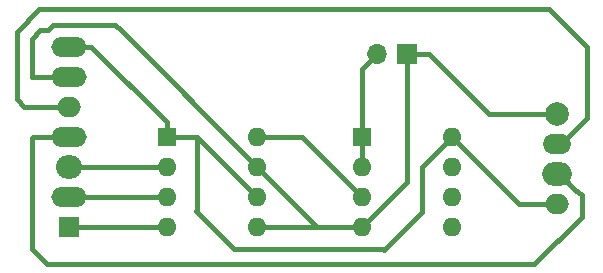
<source format=gbr>
G04 #@! TF.GenerationSoftware,KiCad,Pcbnew,(5.0.1)-3*
G04 #@! TF.CreationDate,2018-12-13T01:42:54-05:00*
G04 #@! TF.ProjectId,miniflex,6D696E69666C65782E6B696361645F70,rev?*
G04 #@! TF.SameCoordinates,Original*
G04 #@! TF.FileFunction,Copper,L2,Bot,Signal*
G04 #@! TF.FilePolarity,Positive*
%FSLAX46Y46*%
G04 Gerber Fmt 4.6, Leading zero omitted, Abs format (unit mm)*
G04 Created by KiCad (PCBNEW (5.0.1)-3) date 12/13/2018 1:42:54 AM*
%MOMM*%
%LPD*%
G01*
G04 APERTURE LIST*
G04 #@! TA.AperFunction,ComponentPad*
%ADD10R,1.600000X1.600000*%
G04 #@! TD*
G04 #@! TA.AperFunction,ComponentPad*
%ADD11O,1.600000X1.600000*%
G04 #@! TD*
G04 #@! TA.AperFunction,ComponentPad*
%ADD12R,1.700000X1.700000*%
G04 #@! TD*
G04 #@! TA.AperFunction,ComponentPad*
%ADD13O,1.700000X1.700000*%
G04 #@! TD*
G04 #@! TA.AperFunction,ComponentPad*
%ADD14O,3.000000X1.700000*%
G04 #@! TD*
G04 #@! TA.AperFunction,ComponentPad*
%ADD15O,2.000000X1.700000*%
G04 #@! TD*
G04 #@! TA.AperFunction,ComponentPad*
%ADD16O,2.200000X2.000000*%
G04 #@! TD*
G04 #@! TA.AperFunction,ComponentPad*
%ADD17O,2.500000X2.000000*%
G04 #@! TD*
G04 #@! TA.AperFunction,ComponentPad*
%ADD18O,2.400000X1.700000*%
G04 #@! TD*
G04 #@! TA.AperFunction,ComponentPad*
%ADD19C,2.000000*%
G04 #@! TD*
G04 #@! TA.AperFunction,Conductor*
%ADD20C,0.400000*%
G04 #@! TD*
G04 APERTURE END LIST*
D10*
G04 #@! TO.P,U1,1*
G04 #@! TO.N,Net-(J1-Pad7)*
X81280000Y-89535000D03*
D11*
G04 #@! TO.P,U1,5*
G04 #@! TO.N,Net-(J1-Pad6)*
X88900000Y-97155000D03*
G04 #@! TO.P,U1,2*
G04 #@! TO.N,Net-(J1-Pad3)*
X81280000Y-92075000D03*
G04 #@! TO.P,U1,6*
G04 #@! TO.N,Net-(J1-Pad7)*
X88900000Y-94615000D03*
G04 #@! TO.P,U1,3*
G04 #@! TO.N,Net-(J1-Pad2)*
X81280000Y-94615000D03*
G04 #@! TO.P,U1,7*
G04 #@! TO.N,Net-(J1-Pad6)*
X88900000Y-92075000D03*
G04 #@! TO.P,U1,4*
G04 #@! TO.N,Net-(J1-Pad1)*
X81280000Y-97155000D03*
G04 #@! TO.P,U1,8*
G04 #@! TO.N,Net-(U1-Pad8)*
X88900000Y-89535000D03*
G04 #@! TD*
D10*
G04 #@! TO.P,U3,1*
G04 #@! TO.N,Net-(J2-Pad2)*
X97790000Y-89535000D03*
D11*
G04 #@! TO.P,U3,5*
G04 #@! TO.N,Net-(U3-Pad5)*
X105410000Y-97155000D03*
G04 #@! TO.P,U3,2*
G04 #@! TO.N,Net-(J2-Pad2)*
X97790000Y-92075000D03*
G04 #@! TO.P,U3,6*
G04 #@! TO.N,Net-(U3-Pad6)*
X105410000Y-94615000D03*
G04 #@! TO.P,U3,3*
G04 #@! TO.N,Net-(U1-Pad8)*
X97790000Y-94615000D03*
G04 #@! TO.P,U3,7*
G04 #@! TO.N,Net-(U3-Pad7)*
X105410000Y-92075000D03*
G04 #@! TO.P,U3,4*
G04 #@! TO.N,Net-(J1-Pad6)*
X97790000Y-97155000D03*
G04 #@! TO.P,U3,8*
G04 #@! TO.N,Net-(J1-Pad7)*
X105410000Y-89535000D03*
G04 #@! TD*
D12*
G04 #@! TO.P,J2,1*
G04 #@! TO.N,Net-(J1-Pad6)*
X101600000Y-82550000D03*
D13*
G04 #@! TO.P,J2,2*
G04 #@! TO.N,Net-(J2-Pad2)*
X99060000Y-82550000D03*
G04 #@! TD*
D14*
G04 #@! TO.P,J1,7*
G04 #@! TO.N,Net-(J1-Pad7)*
X73025000Y-81915000D03*
G04 #@! TO.P,J1,6*
G04 #@! TO.N,Net-(J1-Pad6)*
X73025000Y-84455000D03*
D15*
G04 #@! TO.P,J1,5*
G04 #@! TO.N,Net-(J1-Pad5)*
X73025000Y-86995000D03*
D14*
G04 #@! TO.P,J1,4*
G04 #@! TO.N,Net-(J1-Pad4)*
X73025000Y-89535000D03*
D16*
G04 #@! TO.P,J1,3*
G04 #@! TO.N,Net-(J1-Pad3)*
X73025000Y-92075000D03*
D14*
G04 #@! TO.P,J1,2*
G04 #@! TO.N,Net-(J1-Pad2)*
X73025000Y-94615000D03*
D12*
G04 #@! TO.P,J1,1*
G04 #@! TO.N,Net-(J1-Pad1)*
X73025000Y-97155000D03*
G04 #@! TD*
D17*
G04 #@! TO.P,U2,2*
G04 #@! TO.N,Net-(J1-Pad4)*
X114300000Y-92710000D03*
D18*
G04 #@! TO.P,U2,3*
G04 #@! TO.N,Net-(J1-Pad5)*
X114300000Y-90170000D03*
D19*
G04 #@! TO.P,U2,4*
G04 #@! TO.N,Net-(J1-Pad6)*
X114300000Y-87630000D03*
D15*
G04 #@! TO.P,U2,1*
G04 #@! TO.N,Net-(J1-Pad7)*
X114300000Y-95250000D03*
G04 #@! TD*
D20*
G04 #@! TO.N,Net-(J1-Pad5)*
X114650000Y-90170000D02*
X114300000Y-90170000D01*
X116840000Y-87980000D02*
X114650000Y-90170000D01*
X116840000Y-81915000D02*
X116840000Y-87980000D01*
X69215000Y-86995000D02*
X68580000Y-86360000D01*
X73025000Y-86995000D02*
X69215000Y-86995000D01*
X68580000Y-86360000D02*
X68580000Y-80645000D01*
X68580000Y-80645000D02*
X70485000Y-78740000D01*
X70485000Y-78740000D02*
X113665000Y-78740000D01*
X113665000Y-78740000D02*
X116840000Y-81915000D01*
G04 #@! TO.N,Net-(J1-Pad4)*
X115950000Y-94110000D02*
X114550000Y-92710000D01*
X116402514Y-94495000D02*
X116017514Y-94110000D01*
X114550000Y-92710000D02*
X114300000Y-92710000D01*
X116017514Y-94110000D02*
X115950000Y-94110000D01*
X116402514Y-96322486D02*
X116402514Y-94495000D01*
X69989018Y-89535000D02*
X69850000Y-89674018D01*
X73025000Y-89535000D02*
X69989018Y-89535000D01*
X69850000Y-99060000D02*
X71120000Y-100330000D01*
X69850000Y-89674018D02*
X69850000Y-99060000D01*
X71120000Y-100330000D02*
X112395000Y-100330000D01*
X112395000Y-100330000D02*
X116402514Y-96322486D01*
G04 #@! TO.N,Net-(J1-Pad6)*
X88900000Y-97155000D02*
X97790000Y-97155000D01*
X93980000Y-97155000D02*
X97790000Y-97155000D01*
X88900000Y-92075000D02*
X93980000Y-97155000D01*
X101600000Y-93345000D02*
X101600000Y-82550000D01*
X97790000Y-97155000D02*
X101600000Y-93345000D01*
X101600000Y-82550000D02*
X103505000Y-82550000D01*
X108585000Y-87630000D02*
X114300000Y-87630000D01*
X103505000Y-82550000D02*
X108585000Y-87630000D01*
X77369990Y-80544990D02*
X88900000Y-92075000D01*
X76920010Y-80095010D02*
X77369990Y-80544990D01*
X69850000Y-84455000D02*
X69850000Y-81280000D01*
X73025000Y-84455000D02*
X69850000Y-84455000D01*
X69850000Y-81280000D02*
X70585010Y-80544990D01*
X70585010Y-80544990D02*
X71220010Y-80544990D01*
X71220010Y-80544990D02*
X71669990Y-80095010D01*
X71669990Y-80095010D02*
X76920010Y-80095010D01*
G04 #@! TO.N,Net-(J1-Pad7)*
X81280000Y-88335000D02*
X81280000Y-89535000D01*
X74860000Y-81915000D02*
X81280000Y-88335000D01*
X73025000Y-81915000D02*
X74860000Y-81915000D01*
X83820000Y-89535000D02*
X88900000Y-94615000D01*
X81280000Y-89535000D02*
X83820000Y-89535000D01*
X111125000Y-95250000D02*
X105410000Y-89535000D01*
X114300000Y-95250000D02*
X111125000Y-95250000D01*
X99644999Y-99110001D02*
X102870000Y-95885000D01*
X102870000Y-92075000D02*
X105410000Y-89535000D01*
X102870000Y-95250000D02*
X102870000Y-92075000D01*
X102870000Y-95250000D02*
X102870000Y-95885000D01*
X86995000Y-99060000D02*
X99594998Y-99060000D01*
X83769999Y-95834999D02*
X86995000Y-99060000D01*
X83820000Y-89535000D02*
X83820000Y-95784998D01*
X83820000Y-95784998D02*
X83769999Y-95834999D01*
G04 #@! TO.N,Net-(J1-Pad3)*
X74525000Y-92075000D02*
X81280000Y-92075000D01*
X73025000Y-92075000D02*
X74525000Y-92075000D01*
G04 #@! TO.N,Net-(J1-Pad2)*
X74925000Y-94615000D02*
X81280000Y-94615000D01*
X73025000Y-94615000D02*
X74925000Y-94615000D01*
G04 #@! TO.N,Net-(J1-Pad1)*
X73025000Y-97155000D02*
X81280000Y-97155000D01*
G04 #@! TO.N,Net-(U1-Pad8)*
X92710000Y-89535000D02*
X88900000Y-89535000D01*
X97790000Y-94615000D02*
X92710000Y-89535000D01*
G04 #@! TO.N,Net-(J2-Pad2)*
X97790000Y-92075000D02*
X97790000Y-89535000D01*
X97790000Y-83820000D02*
X99060000Y-82550000D01*
X97790000Y-89535000D02*
X97790000Y-83820000D01*
G04 #@! TD*
M02*

</source>
